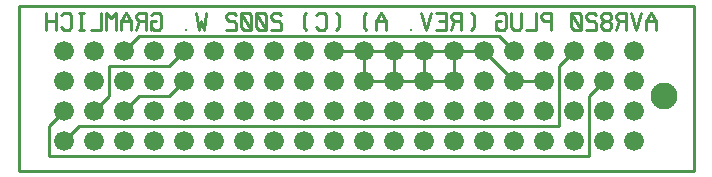
<source format=gbl>
%MOIN*%
%FSLAX25Y25*%
G04 D10 used for Character Trace; *
G04     Circle (OD=.01000) (No hole)*
G04 D11 used for Power Trace; *
G04     Circle (OD=.06700) (No hole)*
G04 D12 used for Signal Trace; *
G04     Circle (OD=.01100) (No hole)*
G04 D13 used for Via; *
G04     Circle (OD=.05800) (Round. Hole ID=.02800)*
G04 D14 used for Component hole; *
G04     Circle (OD=.06500) (Round. Hole ID=.03500)*
G04 D15 used for Component hole; *
G04     Circle (OD=.06600) (Round. Hole ID=.04200)*
G04 D16 used for Component hole; *
G04     Circle (OD=.08200) (Round. Hole ID=.05200)*
G04 D17 used for Component hole; *
G04     Circle (OD=.08950) (Round. Hole ID=.05950)*
G04 D18 used for Component hole; *
G04     Circle (OD=.11600) (Round. Hole ID=.08600)*
G04 D19 used for Component hole; *
G04     Circle (OD=.15500) (Round. Hole ID=.12500)*
G04 D20 used for Component hole; *
G04     Circle (OD=.18200) (Round. Hole ID=.15200)*
G04 D21 used for Component hole; *
G04     Circle (OD=.24300) (Round. Hole ID=.21300)*
%ADD10C,.01000*%
%ADD11C,.06700*%
%ADD12C,.01100*%
%ADD13C,.05800*%
%ADD14C,.06500*%
%ADD15C,.06600*%
%ADD16C,.08200*%
%ADD17C,.08950*%
%ADD18C,.11600*%
%ADD19C,.15500*%
%ADD20C,.18200*%
%ADD21C,.24300*%
%IPPOS*%
%LPD*%
G90*X0Y0D02*D12*X10000Y5000D02*X190000D01*        
Y25000D01*X195000Y30000D01*D15*D03*               
X205000Y20000D03*Y40000D03*X185000D03*D12*        
X180000Y35000D01*Y15000D01*X20000D01*             
X15000Y10000D01*D15*D03*D12*X10000Y5000D02*       
Y15000D01*X15000Y20000D01*D15*D03*X25000Y10000D03*
Y30000D03*Y20000D03*D12*X30000Y25000D01*Y35000D01*
X50000D01*X55000Y40000D01*D15*D03*X65000Y30000D03*
X45000D03*X65000Y40000D03*X45000D03*              
X55000Y30000D03*D12*X50000Y25000D01*X40000D01*    
X35000Y20000D01*D15*D03*X45000Y10000D03*Y20000D03*
X35000Y30000D03*Y10000D03*X15000Y40000D03*        
X55000Y10000D03*X15000Y30000D03*X55000Y20000D03*  
X35000Y40000D03*D12*X40000Y45000D01*X160000D01*   
X165000Y40000D01*D15*D03*X175000Y30000D03*D12*    
X165000D01*D15*D03*D12*X155000Y40000D01*D15*D03*  
D12*X145000D01*D15*D03*D12*Y30000D01*D15*D03*D12* 
X135000D01*D15*D03*D12*X125000D01*D15*D03*D12*    
X115000D01*D15*D03*D12*Y40000D01*D15*D03*D12*     
X105000D01*D15*D03*X95000Y30000D03*D12*           
X115000Y40000D02*X125000D01*D15*D03*D12*Y30000D01*
D15*X135000Y20000D03*Y40000D03*D12*Y30000D01*D15* 
X145000Y20000D03*D12*X135000Y40000D02*X145000D01* 
X125000D02*X135000D01*D15*X105000Y20000D03*       
X115000D03*X125000D03*X105000Y30000D03*           
X155000Y10000D03*X95000D03*X155000Y20000D03*      
X105000Y10000D03*X155000Y30000D03*                
X115000Y10000D03*X95000Y40000D03*X125000Y10000D03*
X135000D03*X95000Y20000D03*X145000Y10000D03*      
X165000D03*Y20000D03*X85000Y40000D03*Y30000D03*   
Y20000D03*Y10000D03*X175000D03*Y20000D03*         
Y40000D03*X75000D03*Y30000D03*Y20000D03*Y10000D03*
X185000D03*Y20000D03*Y30000D03*X65000Y20000D03*   
Y10000D03*X195000D03*Y20000D03*Y40000D03*         
X205000Y10000D03*Y30000D03*D17*X215000Y25000D03*  
D12*X0Y0D02*X225000D01*X0D02*Y55000D01*X225000D01*
Y0D01*D15*X25000Y40000D03*D10*X212511Y47129D02*   
Y50000D01*X210837Y52871D01*X209163Y50000D01*      
Y47129D01*X212511Y50000D02*X209163D01*            
X207511Y52871D02*X205837Y47129D01*                
X204163Y52871D01*X202511Y47129D02*Y52871D01*      
X200000D01*X199163Y51914D01*Y50957D01*            
X200000Y50000D01*X202511D01*X200000D02*           
X199163Y47129D01*X196674Y50000D02*                
X197511Y50957D01*Y51914D01*X196674Y52871D01*      
X195000D01*X194163Y51914D01*Y50957D01*            
X195000Y50000D01*X196674D01*X197511Y49043D01*     
Y48086D01*X196674Y47129D01*X195000D01*            
X194163Y48086D01*Y49043D01*X195000Y50000D01*      
X192511Y51914D02*X191674Y52871D01*X190000D01*     
X189163Y51914D01*Y50957D01*X190000Y50000D01*      
X191674D01*X192511Y49043D01*Y47129D01*X189163D01* 
X184163Y48086D02*X185000Y47129D01*X186674D01*     
X187511Y48086D01*Y51914D01*X186674Y52871D01*      
X185000D01*X184163Y51914D01*Y48086D01*            
X187511Y47129D02*X184163Y52871D01*                
X177511Y47129D02*Y52871D01*X175000D01*            
X174163Y51914D01*Y50957D01*X175000Y50000D01*      
X177511D01*X172511Y52871D02*Y47129D01*X169163D01* 
X164163Y52871D02*Y48086D01*X165000Y47129D01*      
X166674D01*X167511Y48086D01*Y52871D01*            
X159163Y48086D02*X160000Y47129D01*X161674D01*     
X162511Y48086D01*Y51914D01*X161674Y52871D01*      
X160000D01*X159163Y51914D01*X160837Y50000D02*     
X159163D01*Y47129D01*X150837Y52871D02*            
X151674Y51914D01*Y48086D01*X150837Y47129D01*      
X147511D02*Y52871D01*X145000D01*X144163Y51914D01* 
Y50957D01*X145000Y50000D01*X147511D01*X145000D02* 
X144163Y47129D01*X139163D02*X142511D01*Y52871D01* 
X139163D01*X142511Y50000D02*X140000D01*           
X137511Y52871D02*X135837Y47129D01*                
X134163Y52871D01*X130837Y47129D03*X122511D02*     
Y50000D01*X120837Y52871D01*X119163Y50000D01*      
Y47129D01*X122511Y50000D02*X119163D01*            
X115837Y52871D02*X115000Y51914D01*Y48086D01*      
X115837Y47129D01*X105837Y52871D02*                
X106674Y51914D01*Y48086D01*X105837Y47129D01*      
X99163Y48086D02*X100000Y47129D01*X101674D01*      
X102511Y48086D01*Y51914D01*X101674Y52871D01*      
X100000D01*X99163Y51914D01*X95837Y52871D02*       
X95000Y51914D01*Y48086D01*X95837Y47129D01*        
X87511Y51914D02*X86674Y52871D01*X85000D01*        
X84163Y51914D01*Y50957D01*X85000Y50000D01*        
X86674D01*X87511Y49043D01*Y47129D01*X84163D01*    
X79163Y48086D02*X80000Y47129D01*X81674D01*        
X82511Y48086D01*Y51914D01*X81674Y52871D01*        
X80000D01*X79163Y51914D01*Y48086D01*              
X82511Y47129D02*X79163Y52871D01*X74163Y48086D02*  
X75000Y47129D01*X76674D01*X77511Y48086D01*        
Y51914D01*X76674Y52871D01*X75000D01*              
X74163Y51914D01*Y48086D01*X77511Y47129D02*        
X74163Y52871D01*X72511Y51914D02*X71674Y52871D01*  
X70000D01*X69163Y51914D01*Y50957D01*              
X70000Y50000D01*X71674D01*X72511Y49043D01*        
Y47129D01*X69163D01*X62511Y52871D02*              
X61674Y47129D01*X60837Y50000D01*X60000Y47129D01*  
X59163Y52871D01*X55837Y47129D03*X44163Y48086D02*  
X45000Y47129D01*X46674D01*X47511Y48086D01*        
Y51914D01*X46674Y52871D01*X45000D01*              
X44163Y51914D01*X45837Y50000D02*X44163D01*        
Y47129D01*X42511D02*Y52871D01*X40000D01*          
X39163Y51914D01*Y50957D01*X40000Y50000D01*        
X42511D01*X40000D02*X39163Y47129D01*X37511D02*    
Y50000D01*X35837Y52871D01*X34163Y50000D01*        
Y47129D01*X37511Y50000D02*X34163D01*              
X32511Y47129D02*Y52871D01*X30837Y50957D01*        
X29163Y52871D01*Y47129D01*X27511Y52871D02*        
Y47129D01*X24163D01*X20837D02*Y52871D01*          
X21674Y47129D02*X20000D01*X21674Y52871D02*        
X20000D01*X14163Y48086D02*X15000Y47129D01*        
X16674D01*X17511Y48086D01*Y51914D01*              
X16674Y52871D01*X15000D01*X14163Y51914D01*        
X12511Y47129D02*Y52871D01*X9163Y47129D02*         
Y52871D01*X12511Y50000D02*X9163D01*M02*           

</source>
